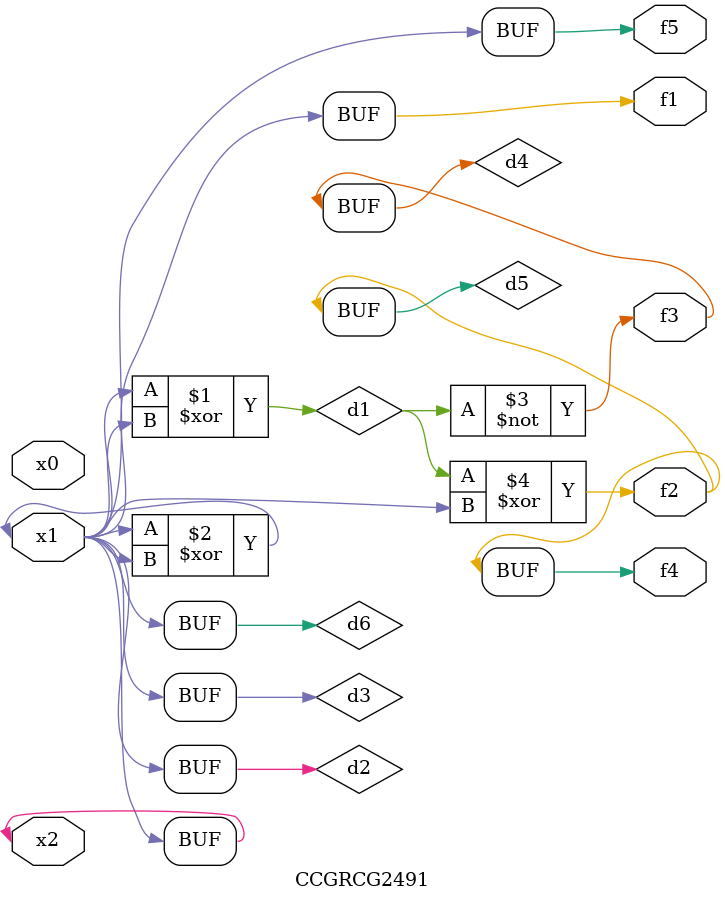
<source format=v>
module CCGRCG2491(
	input x0, x1, x2,
	output f1, f2, f3, f4, f5
);

	wire d1, d2, d3, d4, d5, d6;

	xor (d1, x1, x2);
	buf (d2, x1, x2);
	xor (d3, x1, x2);
	nor (d4, d1);
	xor (d5, d1, d2);
	buf (d6, d2, d3);
	assign f1 = d6;
	assign f2 = d5;
	assign f3 = d4;
	assign f4 = d5;
	assign f5 = d6;
endmodule

</source>
